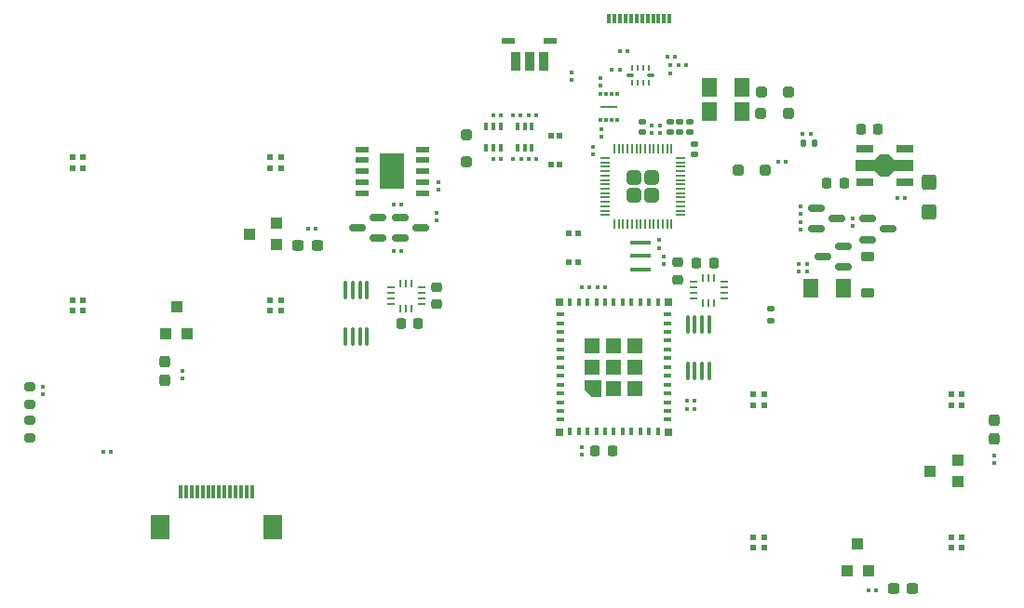
<source format=gbr>
G04 #@! TF.GenerationSoftware,KiCad,Pcbnew,7.0.6*
G04 #@! TF.CreationDate,2023-09-07T00:04:05-07:00*
G04 #@! TF.ProjectId,procon_gcc_main_pcb,70726f63-6f6e-45f6-9763-635f6d61696e,1*
G04 #@! TF.SameCoordinates,Original*
G04 #@! TF.FileFunction,Paste,Top*
G04 #@! TF.FilePolarity,Positive*
%FSLAX46Y46*%
G04 Gerber Fmt 4.6, Leading zero omitted, Abs format (unit mm)*
G04 Created by KiCad (PCBNEW 7.0.6) date 2023-09-07 00:04:05*
%MOMM*%
%LPD*%
G01*
G04 APERTURE LIST*
G04 Aperture macros list*
%AMRoundRect*
0 Rectangle with rounded corners*
0 $1 Rounding radius*
0 $2 $3 $4 $5 $6 $7 $8 $9 X,Y pos of 4 corners*
0 Add a 4 corners polygon primitive as box body*
4,1,4,$2,$3,$4,$5,$6,$7,$8,$9,$2,$3,0*
0 Add four circle primitives for the rounded corners*
1,1,$1+$1,$2,$3*
1,1,$1+$1,$4,$5*
1,1,$1+$1,$6,$7*
1,1,$1+$1,$8,$9*
0 Add four rect primitives between the rounded corners*
20,1,$1+$1,$2,$3,$4,$5,0*
20,1,$1+$1,$4,$5,$6,$7,0*
20,1,$1+$1,$6,$7,$8,$9,0*
20,1,$1+$1,$8,$9,$2,$3,0*%
%AMFreePoly0*
4,1,13,0.900000,0.500000,2.600000,0.500000,2.600000,-0.500000,0.900000,-0.500000,0.400000,-1.000000,-0.400000,-1.000000,-0.900000,-0.500000,-2.600000,-0.500000,-2.600000,0.500000,-0.900000,0.500000,-0.400000,1.000000,0.400000,1.000000,0.900000,0.500000,0.900000,0.500000,$1*%
G04 Aperture macros list end*
%ADD10C,0.010000*%
%ADD11RoundRect,0.079500X0.079500X0.100500X-0.079500X0.100500X-0.079500X-0.100500X0.079500X-0.100500X0*%
%ADD12R,0.950000X1.700000*%
%ADD13R,0.900000X1.700000*%
%ADD14R,1.200000X0.600000*%
%ADD15R,1.000000X1.000000*%
%ADD16RoundRect,0.079500X0.100500X-0.079500X0.100500X0.079500X-0.100500X0.079500X-0.100500X-0.079500X0*%
%ADD17RoundRect,0.079500X-0.100500X0.079500X-0.100500X-0.079500X0.100500X-0.079500X0.100500X0.079500X0*%
%ADD18RoundRect,0.250000X0.250000X0.250000X-0.250000X0.250000X-0.250000X-0.250000X0.250000X-0.250000X0*%
%ADD19R,0.550000X0.550000*%
%ADD20RoundRect,0.225000X-0.375000X0.225000X-0.375000X-0.225000X0.375000X-0.225000X0.375000X0.225000X0*%
%ADD21RoundRect,0.225000X-0.250000X0.225000X-0.250000X-0.225000X0.250000X-0.225000X0.250000X0.225000X0*%
%ADD22RoundRect,0.140000X0.140000X0.170000X-0.140000X0.170000X-0.140000X-0.170000X0.140000X-0.170000X0*%
%ADD23RoundRect,0.100000X0.100000X-0.712500X0.100000X0.712500X-0.100000X0.712500X-0.100000X-0.712500X0*%
%ADD24RoundRect,0.237500X-0.237500X0.300000X-0.237500X-0.300000X0.237500X-0.300000X0.237500X0.300000X0*%
%ADD25R,0.400000X0.650000*%
%ADD26RoundRect,0.135000X0.185000X-0.135000X0.185000X0.135000X-0.185000X0.135000X-0.185000X-0.135000X0*%
%ADD27RoundRect,0.079500X-0.079500X-0.100500X0.079500X-0.100500X0.079500X0.100500X-0.079500X0.100500X0*%
%ADD28RoundRect,0.237500X0.300000X0.237500X-0.300000X0.237500X-0.300000X-0.237500X0.300000X-0.237500X0*%
%ADD29RoundRect,0.250001X0.462499X0.624999X-0.462499X0.624999X-0.462499X-0.624999X0.462499X-0.624999X0*%
%ADD30RoundRect,0.150000X0.587500X0.150000X-0.587500X0.150000X-0.587500X-0.150000X0.587500X-0.150000X0*%
%ADD31RoundRect,0.249999X-0.395001X-0.395001X0.395001X-0.395001X0.395001X0.395001X-0.395001X0.395001X0*%
%ADD32RoundRect,0.050000X-0.387500X-0.050000X0.387500X-0.050000X0.387500X0.050000X-0.387500X0.050000X0*%
%ADD33RoundRect,0.050000X-0.050000X-0.387500X0.050000X-0.387500X0.050000X0.387500X-0.050000X0.387500X0*%
%ADD34R,0.400000X0.800000*%
%ADD35R,0.800000X0.400000*%
%ADD36R,1.450000X1.450000*%
%ADD37R,0.700000X0.700000*%
%ADD38RoundRect,0.140000X0.170000X-0.140000X0.170000X0.140000X-0.170000X0.140000X-0.170000X-0.140000X0*%
%ADD39RoundRect,0.250000X-0.250000X-0.250000X0.250000X-0.250000X0.250000X0.250000X-0.250000X0.250000X0*%
%ADD40R,1.500000X0.700000*%
%ADD41FreePoly0,180.000000*%
%ADD42RoundRect,0.225000X0.225000X0.250000X-0.225000X0.250000X-0.225000X-0.250000X0.225000X-0.250000X0*%
%ADD43RoundRect,0.150000X-0.587500X-0.150000X0.587500X-0.150000X0.587500X0.150000X-0.587500X0.150000X0*%
%ADD44R,0.300000X0.400000*%
%ADD45R,1.600000X0.200000*%
%ADD46RoundRect,0.237500X-0.300000X-0.237500X0.300000X-0.237500X0.300000X0.237500X-0.300000X0.237500X0*%
%ADD47RoundRect,0.250000X-0.425000X0.450000X-0.425000X-0.450000X0.425000X-0.450000X0.425000X0.450000X0*%
%ADD48R,1.900000X0.400000*%
%ADD49RoundRect,0.225000X-0.225000X-0.250000X0.225000X-0.250000X0.225000X0.250000X-0.225000X0.250000X0*%
%ADD50R,1.300000X0.600000*%
%ADD51R,2.300000X3.200000*%
%ADD52R,0.500000X0.550000*%
%ADD53RoundRect,0.140000X-0.170000X0.140000X-0.170000X-0.140000X0.170000X-0.140000X0.170000X0.140000X0*%
%ADD54R,0.300000X1.300000*%
%ADD55R,1.800000X2.200000*%
%ADD56RoundRect,0.200000X0.275000X-0.200000X0.275000X0.200000X-0.275000X0.200000X-0.275000X-0.200000X0*%
%ADD57R,0.300000X0.900000*%
%ADD58RoundRect,0.050000X0.075000X-0.225000X0.075000X0.225000X-0.075000X0.225000X-0.075000X-0.225000X0*%
%ADD59RoundRect,0.050000X0.050000X-0.225000X0.050000X0.225000X-0.050000X0.225000X-0.050000X-0.225000X0*%
%ADD60RoundRect,0.050000X0.250000X-0.100000X0.250000X0.100000X-0.250000X0.100000X-0.250000X-0.100000X0*%
%ADD61R,0.745000X0.280000*%
%ADD62R,0.280000X0.745000*%
%ADD63RoundRect,0.250000X-0.250000X0.250000X-0.250000X-0.250000X0.250000X-0.250000X0.250000X0.250000X0*%
G04 APERTURE END LIST*
D10*
X134919200Y-133223800D02*
X134069200Y-133223800D01*
X133469200Y-132623800D01*
X133469200Y-131773800D01*
X134919200Y-131773800D01*
X134919200Y-133223800D01*
G36*
X134919200Y-133223800D02*
G01*
X134069200Y-133223800D01*
X133469200Y-132623800D01*
X133469200Y-131773800D01*
X134919200Y-131773800D01*
X134919200Y-133223800D01*
G37*
D11*
X90415011Y-138245882D03*
X89725011Y-138245882D03*
D12*
X127208519Y-102740000D03*
D13*
X128483519Y-102740000D03*
D12*
X129758519Y-102740000D03*
D14*
X126583519Y-100840000D03*
X130383519Y-100840000D03*
D15*
X105477000Y-119382600D03*
X105477000Y-117482600D03*
X102977000Y-118432600D03*
D16*
X153166600Y-116588800D03*
X153166600Y-115898800D03*
D17*
X139611100Y-108518094D03*
X139611100Y-109208094D03*
D18*
X152024400Y-107467400D03*
X149524400Y-107467400D03*
D19*
X166845200Y-133997000D03*
X167795200Y-133997000D03*
X167795200Y-133047000D03*
X166845200Y-133047000D03*
D20*
X159237200Y-120476000D03*
X159237200Y-123776000D03*
D21*
X120018689Y-123258755D03*
X120018689Y-124808755D03*
D16*
X153725400Y-121861400D03*
X153725400Y-121171400D03*
D22*
X154356400Y-110163000D03*
X153396400Y-110163000D03*
D16*
X170739623Y-139313477D03*
X170739623Y-138623477D03*
D23*
X111750200Y-127791700D03*
X112400200Y-127791700D03*
X113050200Y-127791700D03*
X113700200Y-127791700D03*
X113700200Y-123566700D03*
X113050200Y-123566700D03*
X112400200Y-123566700D03*
X111750200Y-123566700D03*
D24*
X95317457Y-130017891D03*
X95317457Y-131742891D03*
D25*
X124546600Y-110556100D03*
X125196600Y-110556100D03*
X125846600Y-110556100D03*
X125846600Y-108656100D03*
X125196600Y-108656100D03*
X124546600Y-108656100D03*
D26*
X150418800Y-126290800D03*
X150418800Y-125270800D03*
D27*
X142782000Y-133583600D03*
X143472000Y-133583600D03*
D28*
X163312504Y-150698757D03*
X161587504Y-150698757D03*
D19*
X86902000Y-112407600D03*
X87852000Y-112407600D03*
X87852000Y-111457600D03*
X86902000Y-111457600D03*
D29*
X147791500Y-107289600D03*
X144816500Y-107289600D03*
D11*
X127685800Y-111612700D03*
X126995800Y-111612700D03*
D30*
X157025100Y-121450400D03*
X157025100Y-119550400D03*
X155150100Y-120500400D03*
D16*
X134950900Y-104909294D03*
X134950900Y-104219294D03*
D31*
X137985700Y-113308094D03*
X137985700Y-114908094D03*
X139585700Y-113308094D03*
X139585700Y-114908094D03*
D32*
X135348200Y-111508094D03*
X135348200Y-111908094D03*
X135348200Y-112308094D03*
X135348200Y-112708094D03*
X135348200Y-113108094D03*
X135348200Y-113508094D03*
X135348200Y-113908094D03*
X135348200Y-114308094D03*
X135348200Y-114708094D03*
X135348200Y-115108094D03*
X135348200Y-115508094D03*
X135348200Y-115908094D03*
X135348200Y-116308094D03*
X135348200Y-116708094D03*
D33*
X136185700Y-117545594D03*
X136585700Y-117545594D03*
X136985700Y-117545594D03*
X137385700Y-117545594D03*
X137785700Y-117545594D03*
X138185700Y-117545594D03*
X138585700Y-117545594D03*
X138985700Y-117545594D03*
X139385700Y-117545594D03*
X139785700Y-117545594D03*
X140185700Y-117545594D03*
X140585700Y-117545594D03*
X140985700Y-117545594D03*
X141385700Y-117545594D03*
D32*
X142223200Y-116708094D03*
X142223200Y-116308094D03*
X142223200Y-115908094D03*
X142223200Y-115508094D03*
X142223200Y-115108094D03*
X142223200Y-114708094D03*
X142223200Y-114308094D03*
X142223200Y-113908094D03*
X142223200Y-113508094D03*
X142223200Y-113108094D03*
X142223200Y-112708094D03*
X142223200Y-112308094D03*
X142223200Y-111908094D03*
X142223200Y-111508094D03*
D33*
X141385700Y-110670594D03*
X140985700Y-110670594D03*
X140585700Y-110670594D03*
X140185700Y-110670594D03*
X139785700Y-110670594D03*
X139385700Y-110670594D03*
X138985700Y-110670594D03*
X138585700Y-110670594D03*
X138185700Y-110670594D03*
X137785700Y-110670594D03*
X137385700Y-110670594D03*
X136985700Y-110670594D03*
X136585700Y-110670594D03*
X136185700Y-110670594D03*
D19*
X104902000Y-125407600D03*
X105852000Y-125407600D03*
X105852000Y-124457600D03*
X104902000Y-124457600D03*
D34*
X132144200Y-136448800D03*
X132944200Y-136448800D03*
X133744200Y-136448800D03*
X134544200Y-136448800D03*
X135344200Y-136448800D03*
X136144200Y-136448800D03*
X136944200Y-136448800D03*
X137744200Y-136448800D03*
X138544200Y-136448800D03*
X139344200Y-136448800D03*
X140144200Y-136448800D03*
D35*
X141044200Y-135348800D03*
X141044200Y-134548800D03*
X141044200Y-133748800D03*
X141044200Y-132948800D03*
X141044200Y-132148800D03*
X141044200Y-131348800D03*
X141044200Y-130548800D03*
X141044200Y-129748800D03*
X141044200Y-128948800D03*
X141044200Y-128148800D03*
X141044200Y-127348800D03*
X141044200Y-126548800D03*
X141044200Y-125748800D03*
D34*
X140144200Y-124648800D03*
X139344200Y-124648800D03*
X138544200Y-124648800D03*
X137744200Y-124648800D03*
X136944200Y-124648800D03*
X136144200Y-124648800D03*
X135344200Y-124648800D03*
X134544200Y-124648800D03*
X133744200Y-124648800D03*
X132944200Y-124648800D03*
X132144200Y-124648800D03*
D35*
X131244200Y-125748800D03*
X131244200Y-126548800D03*
X131244200Y-127348800D03*
X131244200Y-128148800D03*
X131244200Y-128948800D03*
X131244200Y-129748800D03*
X131244200Y-130548800D03*
X131244200Y-131348800D03*
X131244200Y-132148800D03*
X131244200Y-132948800D03*
X131244200Y-133748800D03*
X131244200Y-134548800D03*
X131244200Y-135348800D03*
D36*
X136144200Y-130548800D03*
D37*
X131194200Y-124598800D03*
X141094200Y-124598800D03*
X141094200Y-136498800D03*
X131194200Y-136498800D03*
D36*
X136144200Y-132498800D03*
X138094200Y-132498800D03*
X138094200Y-130548800D03*
X138094200Y-128598800D03*
X136144200Y-128598800D03*
X134194200Y-128598800D03*
X134194200Y-130548800D03*
D38*
X142151100Y-109137294D03*
X142151100Y-108177294D03*
D27*
X125181800Y-111612700D03*
X125871800Y-111612700D03*
D39*
X147441600Y-112649000D03*
X149941600Y-112649000D03*
D29*
X147791500Y-105054400D03*
X144816500Y-105054400D03*
D18*
X152049800Y-105537000D03*
X149549800Y-105537000D03*
D16*
X134251700Y-111189294D03*
X134251700Y-110499294D03*
D17*
X141274800Y-103083800D03*
X141274800Y-103773800D03*
D27*
X125156400Y-107599500D03*
X125846400Y-107599500D03*
D11*
X143472000Y-134396400D03*
X142782000Y-134396400D03*
D17*
X152963400Y-121171400D03*
X152963400Y-121861400D03*
D27*
X116118023Y-119981101D03*
X116808023Y-119981101D03*
D40*
X162636200Y-113693200D03*
D41*
X160786200Y-112193200D03*
D40*
X162636200Y-110693200D03*
X158936200Y-110693200D03*
X158936200Y-113693200D03*
D42*
X118314100Y-126547002D03*
X116764100Y-126547002D03*
D15*
X157370200Y-149122000D03*
X159270200Y-149122000D03*
X158320200Y-146622000D03*
D29*
X157041700Y-123393200D03*
X154066700Y-123393200D03*
D43*
X154565900Y-116070600D03*
X154565900Y-117970600D03*
X156440900Y-117020600D03*
D17*
X140322300Y-108518094D03*
X140322300Y-109208094D03*
D44*
X134949500Y-108081894D03*
X135449500Y-108081894D03*
X135949500Y-108081894D03*
X136449500Y-108081894D03*
X136449500Y-105681894D03*
X135949500Y-105681894D03*
X135449500Y-105681894D03*
X134949500Y-105681894D03*
D45*
X135699500Y-106881894D03*
D46*
X107418809Y-119497056D03*
X109143809Y-119497056D03*
D27*
X142047400Y-103073200D03*
X142737400Y-103073200D03*
D47*
X164774000Y-113688000D03*
X164774000Y-116388000D03*
D19*
X148845200Y-146997000D03*
X149795200Y-146997000D03*
X149795200Y-146047000D03*
X148845200Y-146047000D03*
D43*
X116744723Y-116922901D03*
X116744723Y-118822901D03*
X118619723Y-117872901D03*
D21*
X141938323Y-121038129D03*
X141938323Y-122588129D03*
D27*
X136713400Y-101752400D03*
X137403400Y-101752400D03*
D16*
X134975600Y-109589094D03*
X134975600Y-108899094D03*
D27*
X116107423Y-115764701D03*
X116797423Y-115764701D03*
D48*
X138595100Y-119236494D03*
X138595100Y-120436494D03*
X138595100Y-121636494D03*
D38*
X143471900Y-111197294D03*
X143471900Y-110237294D03*
D19*
X104902000Y-112407600D03*
X105852000Y-112407600D03*
X105852000Y-111457600D03*
X104902000Y-111457600D03*
D11*
X136666800Y-103505000D03*
X135976800Y-103505000D03*
D49*
X134454600Y-138226800D03*
X136004600Y-138226800D03*
D24*
X170738456Y-135352081D03*
X170738456Y-137077081D03*
D17*
X84175600Y-132304400D03*
X84175600Y-132994400D03*
D19*
X166845200Y-146997000D03*
X167795200Y-146997000D03*
X167795200Y-146047000D03*
X166845200Y-146047000D03*
D25*
X127391400Y-110556100D03*
X128041400Y-110556100D03*
X128691400Y-110556100D03*
X128691400Y-108656100D03*
X128041400Y-108656100D03*
X127391400Y-108656100D03*
D50*
X113227302Y-110726102D03*
X113227302Y-111726102D03*
X113227302Y-112726102D03*
X113227302Y-113726102D03*
X113227302Y-114726102D03*
X118727302Y-114726102D03*
X118727302Y-113726102D03*
X118727302Y-112726102D03*
X118727302Y-111726102D03*
X118727302Y-110726102D03*
D51*
X115977302Y-112726102D03*
D27*
X159300629Y-150847756D03*
X159990629Y-150847756D03*
D30*
X114708123Y-118822901D03*
X114708123Y-116922901D03*
X112833123Y-117872901D03*
D11*
X133898200Y-123266200D03*
X133208200Y-123266200D03*
D52*
X130435400Y-112119800D03*
X131235400Y-112119800D03*
X130435400Y-109469800D03*
X131235400Y-109469800D03*
D15*
X95427000Y-127532600D03*
X97327000Y-127532600D03*
X96377000Y-125032600D03*
D27*
X108340401Y-117977059D03*
X109030401Y-117977059D03*
D49*
X143678194Y-121060800D03*
X145228194Y-121060800D03*
D53*
X143065500Y-108177294D03*
X143065500Y-109137294D03*
D27*
X153328200Y-109274000D03*
X154018200Y-109274000D03*
D16*
X140703300Y-121146094D03*
X140703300Y-120456094D03*
D17*
X120225902Y-113711302D03*
X120225902Y-114401302D03*
D53*
X138747500Y-108179894D03*
X138747500Y-109139894D03*
X141236700Y-108179894D03*
X141236700Y-109139894D03*
D54*
X96741205Y-141917846D03*
X97241205Y-141917846D03*
X97741205Y-141917846D03*
X98241205Y-141917846D03*
X98741205Y-141917846D03*
X99241205Y-141917846D03*
X99741205Y-141917846D03*
X100241205Y-141917846D03*
X100741205Y-141917846D03*
X101241205Y-141917846D03*
X101741205Y-141917846D03*
X102241205Y-141917846D03*
X102741205Y-141917846D03*
X103241205Y-141917846D03*
D55*
X94841205Y-145167846D03*
X105141205Y-145167846D03*
D43*
X159237200Y-117025600D03*
X159237200Y-118925600D03*
X161112200Y-117975600D03*
D56*
X83007200Y-133971800D03*
X83007200Y-132321800D03*
D11*
X127649800Y-107599500D03*
X126959800Y-107599500D03*
D57*
X141210000Y-98835000D03*
X140710000Y-98835000D03*
X140210000Y-98835000D03*
X139710000Y-98835000D03*
X139210000Y-98835000D03*
X138710000Y-98835000D03*
X138210000Y-98835000D03*
X137710000Y-98835000D03*
X137210000Y-98835000D03*
X136710000Y-98835000D03*
X136210000Y-98835000D03*
X135710000Y-98835000D03*
D58*
X137807000Y-104688000D03*
D59*
X138307000Y-104688000D03*
X138807000Y-104688000D03*
D58*
X139307000Y-104688000D03*
D60*
X139457000Y-104013000D03*
D58*
X139307000Y-103338000D03*
D59*
X138807000Y-103338000D03*
X138307000Y-103338000D03*
D58*
X137807000Y-103338000D03*
D60*
X137657000Y-104013000D03*
D23*
X142865200Y-130915900D03*
X143515200Y-130915900D03*
X144165200Y-130915900D03*
X144815200Y-130915900D03*
X144815200Y-126690900D03*
X144165200Y-126690900D03*
X143515200Y-126690900D03*
X142865200Y-126690900D03*
D52*
X132861000Y-118385200D03*
X132061000Y-118385200D03*
X132861000Y-121035200D03*
X132061000Y-121035200D03*
D27*
X128407600Y-107599500D03*
X129097600Y-107599500D03*
D16*
X140220700Y-119689294D03*
X140220700Y-118999294D03*
D17*
X96933652Y-130907363D03*
X96933652Y-131597363D03*
D16*
X133248400Y-138546400D03*
X133248400Y-137856400D03*
D19*
X86902000Y-125407600D03*
X87852000Y-125407600D03*
X87852000Y-124457600D03*
X86902000Y-124457600D03*
D61*
X146159800Y-124295600D03*
X146159800Y-123795600D03*
X146159800Y-123295600D03*
X146159800Y-122795600D03*
D62*
X145261800Y-122397600D03*
X144761800Y-122397600D03*
X144261800Y-122397600D03*
D61*
X143363800Y-122795600D03*
X143363800Y-123295600D03*
X143363800Y-123795600D03*
X143363800Y-124295600D03*
D62*
X144261800Y-124693600D03*
X144761800Y-124693600D03*
X145261800Y-124693600D03*
D27*
X128418200Y-111612700D03*
X129108200Y-111612700D03*
X151118400Y-111864800D03*
X151808400Y-111864800D03*
D17*
X157840200Y-117005800D03*
X157840200Y-117695800D03*
D61*
X115841200Y-123303600D03*
X115841200Y-123803600D03*
X115841200Y-124303600D03*
X115841200Y-124803600D03*
D62*
X116739200Y-125201600D03*
X117239200Y-125201600D03*
X117739200Y-125201600D03*
D61*
X118637200Y-124803600D03*
X118637200Y-124303600D03*
X118637200Y-123803600D03*
X118637200Y-123303600D03*
D62*
X117739200Y-122905600D03*
X117239200Y-122905600D03*
X116739200Y-122905600D03*
D17*
X132257800Y-103693400D03*
X132257800Y-104383400D03*
D42*
X160185400Y-108864400D03*
X158635400Y-108864400D03*
D63*
X122758200Y-109392400D03*
X122758200Y-111892400D03*
D15*
X167420200Y-140972000D03*
X167420200Y-139072000D03*
X164920200Y-140022000D03*
D56*
X83007200Y-137007600D03*
X83007200Y-135357600D03*
D11*
X162651000Y-115163600D03*
X161961000Y-115163600D03*
D19*
X148845200Y-133997000D03*
X149795200Y-133997000D03*
X149795200Y-133047000D03*
X148845200Y-133047000D03*
D16*
X153166600Y-118062000D03*
X153166600Y-117372000D03*
D42*
X157086600Y-113842800D03*
X155536600Y-113842800D03*
D27*
X141031400Y-102311200D03*
X141721400Y-102311200D03*
D17*
X120019023Y-116537301D03*
X120019023Y-117227301D03*
D11*
X135371400Y-123266200D03*
X134681400Y-123266200D03*
M02*

</source>
